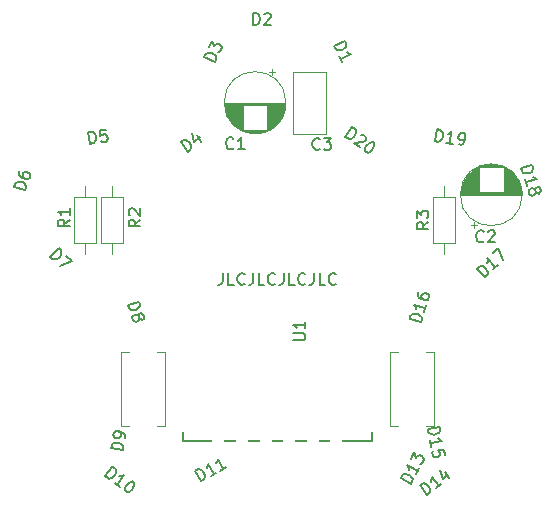
<source format=gbr>
%TF.GenerationSoftware,KiCad,Pcbnew,(5.1.9)-1*%
%TF.CreationDate,2021-09-13T22:43:28+02:00*%
%TF.ProjectId,star,73746172-2e6b-4696-9361-645f70636258,rev?*%
%TF.SameCoordinates,Original*%
%TF.FileFunction,Legend,Top*%
%TF.FilePolarity,Positive*%
%FSLAX46Y46*%
G04 Gerber Fmt 4.6, Leading zero omitted, Abs format (unit mm)*
G04 Created by KiCad (PCBNEW (5.1.9)-1) date 2021-09-13 22:43:28*
%MOMM*%
%LPD*%
G01*
G04 APERTURE LIST*
%ADD10C,0.150000*%
%ADD11C,0.152400*%
%ADD12C,0.120000*%
%ADD13C,0.100000*%
%ADD14O,1.070000X1.800000*%
%ADD15R,1.070000X1.800000*%
%ADD16O,1.700000X3.000000*%
%ADD17R,1.700000X3.000000*%
%ADD18R,1.100000X2.500000*%
%ADD19R,2.500000X1.100000*%
%ADD20C,2.200000*%
%ADD21R,1.600000X2.000000*%
%ADD22O,1.400000X1.400000*%
%ADD23C,1.400000*%
%ADD24C,1.600000*%
%ADD25R,1.600000X1.600000*%
G04 APERTURE END LIST*
D10*
X93272552Y-86675980D02*
X93272552Y-87390266D01*
X93224933Y-87533123D01*
X93129695Y-87628361D01*
X92986838Y-87675980D01*
X92891600Y-87675980D01*
X94224933Y-87675980D02*
X93748742Y-87675980D01*
X93748742Y-86675980D01*
X95129695Y-87580742D02*
X95082076Y-87628361D01*
X94939219Y-87675980D01*
X94843980Y-87675980D01*
X94701123Y-87628361D01*
X94605885Y-87533123D01*
X94558266Y-87437885D01*
X94510647Y-87247409D01*
X94510647Y-87104552D01*
X94558266Y-86914076D01*
X94605885Y-86818838D01*
X94701123Y-86723600D01*
X94843980Y-86675980D01*
X94939219Y-86675980D01*
X95082076Y-86723600D01*
X95129695Y-86771219D01*
X95843980Y-86675980D02*
X95843980Y-87390266D01*
X95796361Y-87533123D01*
X95701123Y-87628361D01*
X95558266Y-87675980D01*
X95463028Y-87675980D01*
X96796361Y-87675980D02*
X96320171Y-87675980D01*
X96320171Y-86675980D01*
X97701123Y-87580742D02*
X97653504Y-87628361D01*
X97510647Y-87675980D01*
X97415409Y-87675980D01*
X97272552Y-87628361D01*
X97177314Y-87533123D01*
X97129695Y-87437885D01*
X97082076Y-87247409D01*
X97082076Y-87104552D01*
X97129695Y-86914076D01*
X97177314Y-86818838D01*
X97272552Y-86723600D01*
X97415409Y-86675980D01*
X97510647Y-86675980D01*
X97653504Y-86723600D01*
X97701123Y-86771219D01*
X98415409Y-86675980D02*
X98415409Y-87390266D01*
X98367790Y-87533123D01*
X98272552Y-87628361D01*
X98129695Y-87675980D01*
X98034457Y-87675980D01*
X99367790Y-87675980D02*
X98891600Y-87675980D01*
X98891600Y-86675980D01*
X100272552Y-87580742D02*
X100224933Y-87628361D01*
X100082076Y-87675980D01*
X99986838Y-87675980D01*
X99843980Y-87628361D01*
X99748742Y-87533123D01*
X99701123Y-87437885D01*
X99653504Y-87247409D01*
X99653504Y-87104552D01*
X99701123Y-86914076D01*
X99748742Y-86818838D01*
X99843980Y-86723600D01*
X99986838Y-86675980D01*
X100082076Y-86675980D01*
X100224933Y-86723600D01*
X100272552Y-86771219D01*
X100986838Y-86675980D02*
X100986838Y-87390266D01*
X100939219Y-87533123D01*
X100843980Y-87628361D01*
X100701123Y-87675980D01*
X100605885Y-87675980D01*
X101939219Y-87675980D02*
X101463028Y-87675980D01*
X101463028Y-86675980D01*
X102843980Y-87580742D02*
X102796361Y-87628361D01*
X102653504Y-87675980D01*
X102558266Y-87675980D01*
X102415409Y-87628361D01*
X102320171Y-87533123D01*
X102272552Y-87437885D01*
X102224933Y-87247409D01*
X102224933Y-87104552D01*
X102272552Y-86914076D01*
X102320171Y-86818838D01*
X102415409Y-86723600D01*
X102558266Y-86675980D01*
X102653504Y-86675980D01*
X102796361Y-86723600D01*
X102843980Y-86771219D01*
D11*
%TO.C,U1*%
X105896000Y-100871000D02*
X105896000Y-100109000D01*
X89894000Y-100871000D02*
X105896000Y-100871000D01*
X89894000Y-100109000D02*
X89894000Y-100871000D01*
D12*
%TO.C,SW2*%
X111150000Y-99600000D02*
X111150000Y-93400000D01*
X107450000Y-93400000D02*
X107450000Y-99600000D01*
X107450000Y-99600000D02*
X108100000Y-99600000D01*
X110500000Y-99600000D02*
X111150000Y-99600000D01*
X111150000Y-93400000D02*
X110500000Y-93400000D01*
X107450000Y-93400000D02*
X108100000Y-93400000D01*
%TO.C,SW1*%
X88350000Y-99600000D02*
X88350000Y-93400000D01*
X84650000Y-93400000D02*
X84650000Y-99600000D01*
X84650000Y-99600000D02*
X85300000Y-99600000D01*
X87700000Y-99600000D02*
X88350000Y-99600000D01*
X88350000Y-93400000D02*
X87700000Y-93400000D01*
X84650000Y-93400000D02*
X85300000Y-93400000D01*
%TO.C,R3*%
X112000000Y-79320000D02*
X112000000Y-80270000D01*
X112000000Y-85060000D02*
X112000000Y-84110000D01*
X111080000Y-80270000D02*
X111080000Y-84110000D01*
X112920000Y-80270000D02*
X111080000Y-80270000D01*
X112920000Y-84110000D02*
X112920000Y-80270000D01*
X111080000Y-84110000D02*
X112920000Y-84110000D01*
%TO.C,R2*%
X83900000Y-79320000D02*
X83900000Y-80270000D01*
X83900000Y-85060000D02*
X83900000Y-84110000D01*
X82980000Y-80270000D02*
X82980000Y-84110000D01*
X84820000Y-80270000D02*
X82980000Y-80270000D01*
X84820000Y-84110000D02*
X84820000Y-80270000D01*
X82980000Y-84110000D02*
X84820000Y-84110000D01*
%TO.C,R1*%
X81600000Y-79320000D02*
X81600000Y-80270000D01*
X81600000Y-85060000D02*
X81600000Y-84110000D01*
X80680000Y-80270000D02*
X80680000Y-84110000D01*
X82520000Y-80270000D02*
X80680000Y-80270000D01*
X82520000Y-84110000D02*
X82520000Y-80270000D01*
X80680000Y-84110000D02*
X82520000Y-84110000D01*
%TO.C,C3*%
X101970000Y-74870000D02*
X99230000Y-74870000D01*
X101970000Y-69630000D02*
X99230000Y-69630000D01*
X99230000Y-69630000D02*
X99230000Y-74870000D01*
X101970000Y-69630000D02*
X101970000Y-74870000D01*
%TO.C,C2*%
X114275000Y-82604775D02*
X114775000Y-82604775D01*
X114525000Y-82854775D02*
X114525000Y-82354775D01*
X115716000Y-77449000D02*
X116284000Y-77449000D01*
X115482000Y-77489000D02*
X116518000Y-77489000D01*
X115323000Y-77529000D02*
X116677000Y-77529000D01*
X115195000Y-77569000D02*
X116805000Y-77569000D01*
X115085000Y-77609000D02*
X116915000Y-77609000D01*
X114989000Y-77649000D02*
X117011000Y-77649000D01*
X114902000Y-77689000D02*
X117098000Y-77689000D01*
X114822000Y-77729000D02*
X117178000Y-77729000D01*
X117040000Y-77769000D02*
X117251000Y-77769000D01*
X114749000Y-77769000D02*
X114960000Y-77769000D01*
X117040000Y-77809000D02*
X117319000Y-77809000D01*
X114681000Y-77809000D02*
X114960000Y-77809000D01*
X117040000Y-77849000D02*
X117383000Y-77849000D01*
X114617000Y-77849000D02*
X114960000Y-77849000D01*
X117040000Y-77889000D02*
X117443000Y-77889000D01*
X114557000Y-77889000D02*
X114960000Y-77889000D01*
X117040000Y-77929000D02*
X117500000Y-77929000D01*
X114500000Y-77929000D02*
X114960000Y-77929000D01*
X117040000Y-77969000D02*
X117554000Y-77969000D01*
X114446000Y-77969000D02*
X114960000Y-77969000D01*
X117040000Y-78009000D02*
X117605000Y-78009000D01*
X114395000Y-78009000D02*
X114960000Y-78009000D01*
X117040000Y-78049000D02*
X117653000Y-78049000D01*
X114347000Y-78049000D02*
X114960000Y-78049000D01*
X117040000Y-78089000D02*
X117699000Y-78089000D01*
X114301000Y-78089000D02*
X114960000Y-78089000D01*
X117040000Y-78129000D02*
X117743000Y-78129000D01*
X114257000Y-78129000D02*
X114960000Y-78129000D01*
X117040000Y-78169000D02*
X117785000Y-78169000D01*
X114215000Y-78169000D02*
X114960000Y-78169000D01*
X117040000Y-78209000D02*
X117826000Y-78209000D01*
X114174000Y-78209000D02*
X114960000Y-78209000D01*
X117040000Y-78249000D02*
X117864000Y-78249000D01*
X114136000Y-78249000D02*
X114960000Y-78249000D01*
X117040000Y-78289000D02*
X117901000Y-78289000D01*
X114099000Y-78289000D02*
X114960000Y-78289000D01*
X117040000Y-78329000D02*
X117937000Y-78329000D01*
X114063000Y-78329000D02*
X114960000Y-78329000D01*
X117040000Y-78369000D02*
X117971000Y-78369000D01*
X114029000Y-78369000D02*
X114960000Y-78369000D01*
X117040000Y-78409000D02*
X118004000Y-78409000D01*
X113996000Y-78409000D02*
X114960000Y-78409000D01*
X117040000Y-78449000D02*
X118035000Y-78449000D01*
X113965000Y-78449000D02*
X114960000Y-78449000D01*
X117040000Y-78489000D02*
X118065000Y-78489000D01*
X113935000Y-78489000D02*
X114960000Y-78489000D01*
X117040000Y-78529000D02*
X118095000Y-78529000D01*
X113905000Y-78529000D02*
X114960000Y-78529000D01*
X117040000Y-78569000D02*
X118122000Y-78569000D01*
X113878000Y-78569000D02*
X114960000Y-78569000D01*
X117040000Y-78609000D02*
X118149000Y-78609000D01*
X113851000Y-78609000D02*
X114960000Y-78609000D01*
X117040000Y-78649000D02*
X118175000Y-78649000D01*
X113825000Y-78649000D02*
X114960000Y-78649000D01*
X117040000Y-78689000D02*
X118200000Y-78689000D01*
X113800000Y-78689000D02*
X114960000Y-78689000D01*
X117040000Y-78729000D02*
X118224000Y-78729000D01*
X113776000Y-78729000D02*
X114960000Y-78729000D01*
X117040000Y-78769000D02*
X118247000Y-78769000D01*
X113753000Y-78769000D02*
X114960000Y-78769000D01*
X117040000Y-78809000D02*
X118268000Y-78809000D01*
X113732000Y-78809000D02*
X114960000Y-78809000D01*
X117040000Y-78849000D02*
X118290000Y-78849000D01*
X113710000Y-78849000D02*
X114960000Y-78849000D01*
X117040000Y-78889000D02*
X118310000Y-78889000D01*
X113690000Y-78889000D02*
X114960000Y-78889000D01*
X117040000Y-78929000D02*
X118329000Y-78929000D01*
X113671000Y-78929000D02*
X114960000Y-78929000D01*
X117040000Y-78969000D02*
X118348000Y-78969000D01*
X113652000Y-78969000D02*
X114960000Y-78969000D01*
X117040000Y-79009000D02*
X118365000Y-79009000D01*
X113635000Y-79009000D02*
X114960000Y-79009000D01*
X117040000Y-79049000D02*
X118382000Y-79049000D01*
X113618000Y-79049000D02*
X114960000Y-79049000D01*
X117040000Y-79089000D02*
X118398000Y-79089000D01*
X113602000Y-79089000D02*
X114960000Y-79089000D01*
X117040000Y-79129000D02*
X118414000Y-79129000D01*
X113586000Y-79129000D02*
X114960000Y-79129000D01*
X117040000Y-79169000D02*
X118428000Y-79169000D01*
X113572000Y-79169000D02*
X114960000Y-79169000D01*
X117040000Y-79209000D02*
X118442000Y-79209000D01*
X113558000Y-79209000D02*
X114960000Y-79209000D01*
X117040000Y-79249000D02*
X118455000Y-79249000D01*
X113545000Y-79249000D02*
X114960000Y-79249000D01*
X117040000Y-79289000D02*
X118468000Y-79289000D01*
X113532000Y-79289000D02*
X114960000Y-79289000D01*
X117040000Y-79329000D02*
X118480000Y-79329000D01*
X113520000Y-79329000D02*
X114960000Y-79329000D01*
X117040000Y-79370000D02*
X118491000Y-79370000D01*
X113509000Y-79370000D02*
X114960000Y-79370000D01*
X117040000Y-79410000D02*
X118501000Y-79410000D01*
X113499000Y-79410000D02*
X114960000Y-79410000D01*
X117040000Y-79450000D02*
X118511000Y-79450000D01*
X113489000Y-79450000D02*
X114960000Y-79450000D01*
X117040000Y-79490000D02*
X118520000Y-79490000D01*
X113480000Y-79490000D02*
X114960000Y-79490000D01*
X117040000Y-79530000D02*
X118528000Y-79530000D01*
X113472000Y-79530000D02*
X114960000Y-79530000D01*
X117040000Y-79570000D02*
X118536000Y-79570000D01*
X113464000Y-79570000D02*
X114960000Y-79570000D01*
X117040000Y-79610000D02*
X118543000Y-79610000D01*
X113457000Y-79610000D02*
X114960000Y-79610000D01*
X117040000Y-79650000D02*
X118550000Y-79650000D01*
X113450000Y-79650000D02*
X114960000Y-79650000D01*
X117040000Y-79690000D02*
X118556000Y-79690000D01*
X113444000Y-79690000D02*
X114960000Y-79690000D01*
X117040000Y-79730000D02*
X118561000Y-79730000D01*
X113439000Y-79730000D02*
X114960000Y-79730000D01*
X117040000Y-79770000D02*
X118565000Y-79770000D01*
X113435000Y-79770000D02*
X114960000Y-79770000D01*
X117040000Y-79810000D02*
X118569000Y-79810000D01*
X113431000Y-79810000D02*
X114960000Y-79810000D01*
X113427000Y-79850000D02*
X118573000Y-79850000D01*
X113424000Y-79890000D02*
X118576000Y-79890000D01*
X113422000Y-79930000D02*
X118578000Y-79930000D01*
X113421000Y-79970000D02*
X118579000Y-79970000D01*
X113420000Y-80010000D02*
X118580000Y-80010000D01*
X113420000Y-80050000D02*
X118580000Y-80050000D01*
X118620000Y-80050000D02*
G75*
G03*
X118620000Y-80050000I-2620000J0D01*
G01*
%TO.C,C1*%
X97725000Y-69695225D02*
X97225000Y-69695225D01*
X97475000Y-69445225D02*
X97475000Y-69945225D01*
X96284000Y-74851000D02*
X95716000Y-74851000D01*
X96518000Y-74811000D02*
X95482000Y-74811000D01*
X96677000Y-74771000D02*
X95323000Y-74771000D01*
X96805000Y-74731000D02*
X95195000Y-74731000D01*
X96915000Y-74691000D02*
X95085000Y-74691000D01*
X97011000Y-74651000D02*
X94989000Y-74651000D01*
X97098000Y-74611000D02*
X94902000Y-74611000D01*
X97178000Y-74571000D02*
X94822000Y-74571000D01*
X94960000Y-74531000D02*
X94749000Y-74531000D01*
X97251000Y-74531000D02*
X97040000Y-74531000D01*
X94960000Y-74491000D02*
X94681000Y-74491000D01*
X97319000Y-74491000D02*
X97040000Y-74491000D01*
X94960000Y-74451000D02*
X94617000Y-74451000D01*
X97383000Y-74451000D02*
X97040000Y-74451000D01*
X94960000Y-74411000D02*
X94557000Y-74411000D01*
X97443000Y-74411000D02*
X97040000Y-74411000D01*
X94960000Y-74371000D02*
X94500000Y-74371000D01*
X97500000Y-74371000D02*
X97040000Y-74371000D01*
X94960000Y-74331000D02*
X94446000Y-74331000D01*
X97554000Y-74331000D02*
X97040000Y-74331000D01*
X94960000Y-74291000D02*
X94395000Y-74291000D01*
X97605000Y-74291000D02*
X97040000Y-74291000D01*
X94960000Y-74251000D02*
X94347000Y-74251000D01*
X97653000Y-74251000D02*
X97040000Y-74251000D01*
X94960000Y-74211000D02*
X94301000Y-74211000D01*
X97699000Y-74211000D02*
X97040000Y-74211000D01*
X94960000Y-74171000D02*
X94257000Y-74171000D01*
X97743000Y-74171000D02*
X97040000Y-74171000D01*
X94960000Y-74131000D02*
X94215000Y-74131000D01*
X97785000Y-74131000D02*
X97040000Y-74131000D01*
X94960000Y-74091000D02*
X94174000Y-74091000D01*
X97826000Y-74091000D02*
X97040000Y-74091000D01*
X94960000Y-74051000D02*
X94136000Y-74051000D01*
X97864000Y-74051000D02*
X97040000Y-74051000D01*
X94960000Y-74011000D02*
X94099000Y-74011000D01*
X97901000Y-74011000D02*
X97040000Y-74011000D01*
X94960000Y-73971000D02*
X94063000Y-73971000D01*
X97937000Y-73971000D02*
X97040000Y-73971000D01*
X94960000Y-73931000D02*
X94029000Y-73931000D01*
X97971000Y-73931000D02*
X97040000Y-73931000D01*
X94960000Y-73891000D02*
X93996000Y-73891000D01*
X98004000Y-73891000D02*
X97040000Y-73891000D01*
X94960000Y-73851000D02*
X93965000Y-73851000D01*
X98035000Y-73851000D02*
X97040000Y-73851000D01*
X94960000Y-73811000D02*
X93935000Y-73811000D01*
X98065000Y-73811000D02*
X97040000Y-73811000D01*
X94960000Y-73771000D02*
X93905000Y-73771000D01*
X98095000Y-73771000D02*
X97040000Y-73771000D01*
X94960000Y-73731000D02*
X93878000Y-73731000D01*
X98122000Y-73731000D02*
X97040000Y-73731000D01*
X94960000Y-73691000D02*
X93851000Y-73691000D01*
X98149000Y-73691000D02*
X97040000Y-73691000D01*
X94960000Y-73651000D02*
X93825000Y-73651000D01*
X98175000Y-73651000D02*
X97040000Y-73651000D01*
X94960000Y-73611000D02*
X93800000Y-73611000D01*
X98200000Y-73611000D02*
X97040000Y-73611000D01*
X94960000Y-73571000D02*
X93776000Y-73571000D01*
X98224000Y-73571000D02*
X97040000Y-73571000D01*
X94960000Y-73531000D02*
X93753000Y-73531000D01*
X98247000Y-73531000D02*
X97040000Y-73531000D01*
X94960000Y-73491000D02*
X93732000Y-73491000D01*
X98268000Y-73491000D02*
X97040000Y-73491000D01*
X94960000Y-73451000D02*
X93710000Y-73451000D01*
X98290000Y-73451000D02*
X97040000Y-73451000D01*
X94960000Y-73411000D02*
X93690000Y-73411000D01*
X98310000Y-73411000D02*
X97040000Y-73411000D01*
X94960000Y-73371000D02*
X93671000Y-73371000D01*
X98329000Y-73371000D02*
X97040000Y-73371000D01*
X94960000Y-73331000D02*
X93652000Y-73331000D01*
X98348000Y-73331000D02*
X97040000Y-73331000D01*
X94960000Y-73291000D02*
X93635000Y-73291000D01*
X98365000Y-73291000D02*
X97040000Y-73291000D01*
X94960000Y-73251000D02*
X93618000Y-73251000D01*
X98382000Y-73251000D02*
X97040000Y-73251000D01*
X94960000Y-73211000D02*
X93602000Y-73211000D01*
X98398000Y-73211000D02*
X97040000Y-73211000D01*
X94960000Y-73171000D02*
X93586000Y-73171000D01*
X98414000Y-73171000D02*
X97040000Y-73171000D01*
X94960000Y-73131000D02*
X93572000Y-73131000D01*
X98428000Y-73131000D02*
X97040000Y-73131000D01*
X94960000Y-73091000D02*
X93558000Y-73091000D01*
X98442000Y-73091000D02*
X97040000Y-73091000D01*
X94960000Y-73051000D02*
X93545000Y-73051000D01*
X98455000Y-73051000D02*
X97040000Y-73051000D01*
X94960000Y-73011000D02*
X93532000Y-73011000D01*
X98468000Y-73011000D02*
X97040000Y-73011000D01*
X94960000Y-72971000D02*
X93520000Y-72971000D01*
X98480000Y-72971000D02*
X97040000Y-72971000D01*
X94960000Y-72930000D02*
X93509000Y-72930000D01*
X98491000Y-72930000D02*
X97040000Y-72930000D01*
X94960000Y-72890000D02*
X93499000Y-72890000D01*
X98501000Y-72890000D02*
X97040000Y-72890000D01*
X94960000Y-72850000D02*
X93489000Y-72850000D01*
X98511000Y-72850000D02*
X97040000Y-72850000D01*
X94960000Y-72810000D02*
X93480000Y-72810000D01*
X98520000Y-72810000D02*
X97040000Y-72810000D01*
X94960000Y-72770000D02*
X93472000Y-72770000D01*
X98528000Y-72770000D02*
X97040000Y-72770000D01*
X94960000Y-72730000D02*
X93464000Y-72730000D01*
X98536000Y-72730000D02*
X97040000Y-72730000D01*
X94960000Y-72690000D02*
X93457000Y-72690000D01*
X98543000Y-72690000D02*
X97040000Y-72690000D01*
X94960000Y-72650000D02*
X93450000Y-72650000D01*
X98550000Y-72650000D02*
X97040000Y-72650000D01*
X94960000Y-72610000D02*
X93444000Y-72610000D01*
X98556000Y-72610000D02*
X97040000Y-72610000D01*
X94960000Y-72570000D02*
X93439000Y-72570000D01*
X98561000Y-72570000D02*
X97040000Y-72570000D01*
X94960000Y-72530000D02*
X93435000Y-72530000D01*
X98565000Y-72530000D02*
X97040000Y-72530000D01*
X94960000Y-72490000D02*
X93431000Y-72490000D01*
X98569000Y-72490000D02*
X97040000Y-72490000D01*
X98573000Y-72450000D02*
X93427000Y-72450000D01*
X98576000Y-72410000D02*
X93424000Y-72410000D01*
X98578000Y-72370000D02*
X93422000Y-72370000D01*
X98579000Y-72330000D02*
X93421000Y-72330000D01*
X98580000Y-72290000D02*
X93420000Y-72290000D01*
X98580000Y-72250000D02*
X93420000Y-72250000D01*
X98620000Y-72250000D02*
G75*
G03*
X98620000Y-72250000I-2620000J0D01*
G01*
%TO.C,D7*%
D10*
X78660206Y-85294370D02*
X79367312Y-84587263D01*
X79535671Y-84755622D01*
X79603015Y-84890309D01*
X79603015Y-85024996D01*
X79569343Y-85126011D01*
X79468328Y-85294370D01*
X79367312Y-85395385D01*
X79198954Y-85496401D01*
X79097938Y-85530072D01*
X78963251Y-85530072D01*
X78828564Y-85462729D01*
X78660206Y-85294370D01*
X80007076Y-85227026D02*
X80478480Y-85698431D01*
X79468328Y-86102492D01*
%TO.C,D6*%
X76554555Y-79683363D02*
X75603499Y-79374346D01*
X75677074Y-79147904D01*
X75766508Y-79026754D01*
X75886515Y-78965607D01*
X75991807Y-78949749D01*
X76187676Y-78963321D01*
X76323541Y-79007466D01*
X76489979Y-79111615D01*
X76565841Y-79186334D01*
X76626988Y-79306341D01*
X76628131Y-79456921D01*
X76554555Y-79683363D01*
X76044952Y-78015694D02*
X75986091Y-78196848D01*
X76001950Y-78302140D01*
X76032523Y-78362143D01*
X76138958Y-78496865D01*
X76305396Y-78601014D01*
X76667704Y-78718735D01*
X76772996Y-78702876D01*
X76832999Y-78672303D01*
X76907718Y-78596441D01*
X76966578Y-78415288D01*
X76950720Y-78309996D01*
X76920147Y-78249992D01*
X76844285Y-78175274D01*
X76617843Y-78101698D01*
X76512551Y-78117557D01*
X76452547Y-78148130D01*
X76377829Y-78223992D01*
X76318968Y-78405145D01*
X76334827Y-78510437D01*
X76365400Y-78570441D01*
X76441262Y-78645159D01*
%TO.C,D5*%
X82034447Y-75734701D02*
X81895274Y-74744433D01*
X82131052Y-74711296D01*
X82279146Y-74738570D01*
X82386712Y-74819627D01*
X82447122Y-74907311D01*
X82520787Y-75089306D01*
X82540668Y-75230773D01*
X82520022Y-75426023D01*
X82486121Y-75526961D01*
X82405064Y-75634527D01*
X82270225Y-75701564D01*
X82034447Y-75734701D01*
X83357098Y-74538987D02*
X82885542Y-74605260D01*
X82904659Y-75083443D01*
X82945187Y-75029660D01*
X83032871Y-74969250D01*
X83268649Y-74936114D01*
X83369588Y-74970015D01*
X83423371Y-75010543D01*
X83483781Y-75098227D01*
X83516917Y-75334005D01*
X83483016Y-75434944D01*
X83442488Y-75488727D01*
X83354804Y-75549137D01*
X83119026Y-75582273D01*
X83018087Y-75548372D01*
X82964304Y-75507844D01*
%TO.C,D4*%
X90295970Y-76390225D02*
X89708185Y-75581208D01*
X89900808Y-75441259D01*
X90044371Y-75395814D01*
X90177400Y-75416884D01*
X90271904Y-75465943D01*
X90422388Y-75592052D01*
X90506357Y-75707626D01*
X90579792Y-75889714D01*
X90597247Y-75994753D01*
X90576177Y-76127782D01*
X90488593Y-76250276D01*
X90295970Y-76390225D01*
X91059851Y-75011187D02*
X91451708Y-75550532D01*
X90643310Y-74842939D02*
X90870534Y-75560757D01*
X91371354Y-75196890D01*
%TO.C,D3*%
X92589837Y-68832105D02*
X91691043Y-68393734D01*
X91795417Y-68179735D01*
X91900841Y-68072211D01*
X92028190Y-68028361D01*
X92134665Y-68027311D01*
X92326738Y-68068010D01*
X92455138Y-68130635D01*
X92605462Y-68256934D01*
X92670186Y-68341483D01*
X92714036Y-68468832D01*
X92694211Y-68618106D01*
X92589837Y-68832105D01*
X92087665Y-67580539D02*
X92359037Y-67024143D01*
X92555311Y-67490739D01*
X92617936Y-67362340D01*
X92702485Y-67297616D01*
X92766160Y-67275691D01*
X92872634Y-67274641D01*
X93086632Y-67379015D01*
X93151357Y-67463564D01*
X93173282Y-67527239D01*
X93174332Y-67633713D01*
X93049083Y-67890511D01*
X92964534Y-67955236D01*
X92900859Y-67977161D01*
%TO.C,D2*%
X95832704Y-65679580D02*
X95832704Y-64679580D01*
X96070800Y-64679580D01*
X96213657Y-64727200D01*
X96308895Y-64822438D01*
X96356514Y-64917676D01*
X96404133Y-65108152D01*
X96404133Y-65251009D01*
X96356514Y-65441485D01*
X96308895Y-65536723D01*
X96213657Y-65631961D01*
X96070800Y-65679580D01*
X95832704Y-65679580D01*
X96785085Y-64774819D02*
X96832704Y-64727200D01*
X96927942Y-64679580D01*
X97166038Y-64679580D01*
X97261276Y-64727200D01*
X97308895Y-64774819D01*
X97356514Y-64870057D01*
X97356514Y-64965295D01*
X97308895Y-65108152D01*
X96737466Y-65679580D01*
X97356514Y-65679580D01*
%TO.C,D1*%
X102698643Y-67454515D02*
X103597437Y-67016144D01*
X103701811Y-67230142D01*
X103721635Y-67379416D01*
X103677786Y-67506765D01*
X103613061Y-67591314D01*
X103462737Y-67717613D01*
X103334338Y-67780238D01*
X103142264Y-67820937D01*
X103035790Y-67819887D01*
X102908441Y-67776038D01*
X102803017Y-67668513D01*
X102698643Y-67454515D01*
X103366637Y-68824106D02*
X103116139Y-68310509D01*
X103241388Y-68567307D02*
X104140182Y-68128936D01*
X103970033Y-68105961D01*
X103842684Y-68062111D01*
X103758135Y-67997387D01*
%TO.C,D20*%
X103653719Y-75141044D02*
X104241504Y-74332027D01*
X104434127Y-74471976D01*
X104521711Y-74594470D01*
X104542781Y-74727499D01*
X104525326Y-74832538D01*
X104451892Y-75014626D01*
X104367922Y-75130200D01*
X104217439Y-75256309D01*
X104122934Y-75305368D01*
X103989906Y-75326438D01*
X103846342Y-75280993D01*
X103653719Y-75141044D01*
X104956017Y-74968872D02*
X105022531Y-74958337D01*
X105127570Y-74975792D01*
X105320193Y-75115741D01*
X105369253Y-75210245D01*
X105379788Y-75276759D01*
X105362333Y-75381798D01*
X105306353Y-75458848D01*
X105183859Y-75546432D01*
X104385687Y-75672850D01*
X104886507Y-76036717D01*
X105975112Y-75591567D02*
X106052161Y-75647547D01*
X106101221Y-75742051D01*
X106111756Y-75808565D01*
X106094301Y-75913604D01*
X106020866Y-76095692D01*
X105880917Y-76288315D01*
X105730434Y-76414424D01*
X105635929Y-76463484D01*
X105569415Y-76474018D01*
X105464376Y-76456564D01*
X105387327Y-76400584D01*
X105338267Y-76306080D01*
X105327732Y-76239565D01*
X105345187Y-76134526D01*
X105418622Y-75952438D01*
X105558571Y-75759815D01*
X105709054Y-75633706D01*
X105803559Y-75584647D01*
X105870073Y-75574112D01*
X105975112Y-75591567D01*
%TO.C,D19*%
X111256572Y-75513782D02*
X111395745Y-74523514D01*
X111631523Y-74556650D01*
X111766363Y-74623688D01*
X111847419Y-74731254D01*
X111881320Y-74832192D01*
X111901967Y-75027442D01*
X111882085Y-75168909D01*
X111808420Y-75350904D01*
X111748010Y-75438588D01*
X111640444Y-75519645D01*
X111492350Y-75546918D01*
X111256572Y-75513782D01*
X112765552Y-75725855D02*
X112199684Y-75646328D01*
X112482618Y-75686092D02*
X112621791Y-74695823D01*
X112507598Y-74824036D01*
X112400032Y-74905092D01*
X112299094Y-74938993D01*
X113237108Y-75792128D02*
X113425730Y-75818637D01*
X113526669Y-75784736D01*
X113580452Y-75744208D01*
X113694645Y-75615996D01*
X113768310Y-75434001D01*
X113821328Y-75056756D01*
X113787427Y-74955817D01*
X113746899Y-74902034D01*
X113659215Y-74841624D01*
X113470592Y-74815115D01*
X113369654Y-74849016D01*
X113315871Y-74889544D01*
X113255461Y-74977228D01*
X113222324Y-75213006D01*
X113256225Y-75313945D01*
X113296754Y-75367728D01*
X113384438Y-75428138D01*
X113573060Y-75454647D01*
X113673999Y-75420746D01*
X113727782Y-75380218D01*
X113788192Y-75292534D01*
%TO.C,D18*%
X118523725Y-77826539D02*
X119474781Y-77517522D01*
X119548357Y-77743964D01*
X119547214Y-77894544D01*
X119486067Y-78014551D01*
X119410205Y-78089270D01*
X119243767Y-78193418D01*
X119107902Y-78237564D01*
X118912033Y-78251136D01*
X118806741Y-78235277D01*
X118686734Y-78174131D01*
X118597300Y-78052981D01*
X118523725Y-77826539D01*
X118994608Y-79275768D02*
X118818027Y-78732307D01*
X118906317Y-79004037D02*
X119857374Y-78695020D01*
X119692078Y-78648589D01*
X119572071Y-78587442D01*
X119497353Y-78511580D01*
X119714650Y-79642647D02*
X119730508Y-79537355D01*
X119761081Y-79477352D01*
X119836943Y-79402633D01*
X119882231Y-79387918D01*
X119987523Y-79403776D01*
X120047527Y-79434350D01*
X120122245Y-79510211D01*
X120181106Y-79691365D01*
X120165248Y-79796657D01*
X120134674Y-79856660D01*
X120058813Y-79931379D01*
X120013524Y-79946094D01*
X119908232Y-79930236D01*
X119848229Y-79899663D01*
X119773510Y-79823801D01*
X119714650Y-79642647D01*
X119639931Y-79566786D01*
X119579928Y-79536212D01*
X119474636Y-79520354D01*
X119293482Y-79579214D01*
X119217620Y-79653933D01*
X119187047Y-79713936D01*
X119171189Y-79819228D01*
X119230049Y-80000382D01*
X119304768Y-80076244D01*
X119364771Y-80106817D01*
X119470063Y-80122675D01*
X119651217Y-80063815D01*
X119727079Y-79989096D01*
X119757652Y-79929093D01*
X119773510Y-79823801D01*
%TO.C,D17*%
X115467966Y-87020929D02*
X114773307Y-86301589D01*
X114944579Y-86136194D01*
X115080420Y-86071212D01*
X115215087Y-86073562D01*
X115315499Y-86108992D01*
X115482069Y-86212930D01*
X115581306Y-86315693D01*
X115679368Y-86485789D01*
X115711272Y-86587376D01*
X115708921Y-86722043D01*
X115639237Y-86855534D01*
X115467966Y-87020929D01*
X116564103Y-85962402D02*
X116153051Y-86359349D01*
X116358577Y-86160876D02*
X115663918Y-85441536D01*
X115694647Y-85610457D01*
X115692296Y-85745123D01*
X115656867Y-85845535D01*
X116109224Y-85011509D02*
X116588784Y-84548404D01*
X116975154Y-85565454D01*
%TO.C,D16*%
X110037003Y-90855047D02*
X109085947Y-90546030D01*
X109159522Y-90319588D01*
X109248956Y-90198438D01*
X109368963Y-90137291D01*
X109474255Y-90121433D01*
X109670124Y-90135005D01*
X109805989Y-90179151D01*
X109972427Y-90283299D01*
X110048289Y-90358018D01*
X110109436Y-90478025D01*
X110110579Y-90628605D01*
X110037003Y-90855047D01*
X110507886Y-89405818D02*
X110331305Y-89949279D01*
X110419596Y-89677549D02*
X109468539Y-89368532D01*
X109574974Y-89503254D01*
X109636121Y-89623261D01*
X109651979Y-89728553D01*
X109821702Y-88281610D02*
X109762841Y-88462764D01*
X109778699Y-88568056D01*
X109809273Y-88628059D01*
X109915708Y-88762781D01*
X110082146Y-88866930D01*
X110444454Y-88984651D01*
X110549746Y-88968792D01*
X110609749Y-88938219D01*
X110684468Y-88862357D01*
X110743328Y-88681204D01*
X110727470Y-88575912D01*
X110696896Y-88515908D01*
X110621035Y-88441190D01*
X110394593Y-88367614D01*
X110289301Y-88383473D01*
X110229297Y-88414046D01*
X110154579Y-88489908D01*
X110095718Y-88671061D01*
X110111577Y-88776353D01*
X110142150Y-88836357D01*
X110218012Y-88911075D01*
%TO.C,D15*%
X110646433Y-99873117D02*
X111631240Y-99699468D01*
X111672585Y-99933947D01*
X111650497Y-100082902D01*
X111573243Y-100193231D01*
X111487721Y-100256665D01*
X111308408Y-100336636D01*
X111167721Y-100361443D01*
X110971869Y-100347624D01*
X110869809Y-100317266D01*
X110759480Y-100240013D01*
X110687778Y-100107595D01*
X110646433Y-99873117D01*
X110911039Y-101373776D02*
X110811812Y-100811029D01*
X110861426Y-101092402D02*
X111846233Y-100918754D01*
X111689009Y-100849770D01*
X111578680Y-100772517D01*
X111515246Y-100686994D01*
X112052957Y-102091144D02*
X111970268Y-101622188D01*
X111493043Y-101657982D01*
X111548207Y-101696609D01*
X111611641Y-101782131D01*
X111652986Y-102016609D01*
X111622628Y-102118669D01*
X111584001Y-102173834D01*
X111498479Y-102237268D01*
X111264001Y-102278612D01*
X111161941Y-102248255D01*
X111106776Y-102209628D01*
X111043343Y-102124106D01*
X111001998Y-101889628D01*
X111032356Y-101787568D01*
X111070982Y-101732403D01*
%TO.C,D14*%
X110535525Y-105473724D02*
X109947739Y-104664707D01*
X110140362Y-104524758D01*
X110283926Y-104479313D01*
X110416955Y-104500383D01*
X110511459Y-104549442D01*
X110661943Y-104675551D01*
X110745912Y-104791125D01*
X110819347Y-104973213D01*
X110836801Y-105078252D01*
X110815732Y-105211281D01*
X110728148Y-105333775D01*
X110535525Y-105473724D01*
X111768312Y-104578051D02*
X111306017Y-104913928D01*
X111537165Y-104745989D02*
X110949379Y-103936972D01*
X110956299Y-104108526D01*
X110935230Y-104241555D01*
X110886170Y-104336059D01*
X112069899Y-103534890D02*
X112461756Y-104074235D01*
X111653357Y-103366642D02*
X111880581Y-104084460D01*
X112381401Y-103720593D01*
%TO.C,D13*%
X109201756Y-104510130D02*
X108318808Y-104040659D01*
X108430587Y-103830433D01*
X108539699Y-103726653D01*
X108668501Y-103687275D01*
X108774947Y-103689941D01*
X108965484Y-103737319D01*
X109091619Y-103804387D01*
X109237444Y-103935855D01*
X109299178Y-104022612D01*
X109338557Y-104151413D01*
X109313535Y-104299905D01*
X109201756Y-104510130D01*
X109917141Y-103164686D02*
X109648871Y-103669228D01*
X109783006Y-103416957D02*
X108900058Y-102947485D01*
X108981482Y-103098643D01*
X109020861Y-103227445D01*
X109018194Y-103333891D01*
X109190684Y-102400899D02*
X109481309Y-101854312D01*
X109661179Y-102327474D01*
X109728247Y-102201339D01*
X109815004Y-102139605D01*
X109879404Y-102119915D01*
X109985850Y-102122582D01*
X110196076Y-102234361D01*
X110257811Y-102321117D01*
X110277500Y-102385518D01*
X110274833Y-102491964D01*
X110140699Y-102744235D01*
X110053942Y-102805969D01*
X109989541Y-102825659D01*
%TO.C,D8*%
X85244476Y-89404623D02*
X86195532Y-89095606D01*
X86269108Y-89322048D01*
X86267965Y-89472628D01*
X86206818Y-89592635D01*
X86130956Y-89667354D01*
X85964518Y-89771502D01*
X85828652Y-89815648D01*
X85632784Y-89829220D01*
X85527492Y-89813361D01*
X85407485Y-89752215D01*
X85318051Y-89631065D01*
X85244476Y-89404623D01*
X86141099Y-90314963D02*
X86156957Y-90209671D01*
X86187530Y-90149668D01*
X86263392Y-90074949D01*
X86308680Y-90060234D01*
X86413972Y-90076092D01*
X86473976Y-90106666D01*
X86548694Y-90182527D01*
X86607555Y-90363681D01*
X86591697Y-90468973D01*
X86561123Y-90528976D01*
X86485262Y-90603695D01*
X86439973Y-90618410D01*
X86334681Y-90602552D01*
X86274678Y-90571979D01*
X86199959Y-90496117D01*
X86141099Y-90314963D01*
X86066380Y-90239101D01*
X86006377Y-90208528D01*
X85901085Y-90192670D01*
X85719931Y-90251530D01*
X85644069Y-90326249D01*
X85613496Y-90386252D01*
X85597638Y-90491544D01*
X85656498Y-90672698D01*
X85731217Y-90748560D01*
X85791220Y-90779133D01*
X85896512Y-90794991D01*
X86077666Y-90736131D01*
X86153528Y-90661412D01*
X86184101Y-90601409D01*
X86199959Y-90496117D01*
%TO.C,D9*%
X84797739Y-101694237D02*
X83812931Y-101520588D01*
X83854276Y-101286110D01*
X83925978Y-101153692D01*
X84036308Y-101076439D01*
X84138368Y-101046081D01*
X84334219Y-101032262D01*
X84474906Y-101057069D01*
X84654219Y-101137040D01*
X84739742Y-101200474D01*
X84816995Y-101310803D01*
X84839084Y-101459759D01*
X84797739Y-101694237D01*
X84979656Y-100662533D02*
X85012732Y-100474951D01*
X84982374Y-100372891D01*
X84943748Y-100317726D01*
X84819599Y-100199128D01*
X84640285Y-100119156D01*
X84265120Y-100053005D01*
X84163060Y-100083362D01*
X84107896Y-100121989D01*
X84044462Y-100207511D01*
X84011386Y-100395094D01*
X84041744Y-100497154D01*
X84080371Y-100552319D01*
X84165893Y-100615752D01*
X84400371Y-100657097D01*
X84502431Y-100626739D01*
X84557596Y-100588113D01*
X84621029Y-100502590D01*
X84654105Y-100315008D01*
X84623747Y-100212948D01*
X84585121Y-100157783D01*
X84499598Y-100094350D01*
%TO.C,D10*%
X83333719Y-103893843D02*
X83921504Y-103084826D01*
X84114127Y-103224775D01*
X84201711Y-103347269D01*
X84222781Y-103480298D01*
X84205326Y-103585337D01*
X84131892Y-103767425D01*
X84047922Y-103882999D01*
X83897439Y-104009108D01*
X83802934Y-104058167D01*
X83669906Y-104079237D01*
X83526342Y-104033792D01*
X83333719Y-103893843D01*
X84566507Y-104789516D02*
X84104211Y-104453639D01*
X84335359Y-104621577D02*
X84923144Y-103812560D01*
X84762126Y-103872155D01*
X84629097Y-103893224D01*
X84524058Y-103875769D01*
X85655112Y-104344366D02*
X85732161Y-104400346D01*
X85781221Y-104494850D01*
X85791756Y-104561364D01*
X85774301Y-104666403D01*
X85700866Y-104848491D01*
X85560917Y-105041114D01*
X85410434Y-105167223D01*
X85315929Y-105216283D01*
X85249415Y-105226817D01*
X85144376Y-105209363D01*
X85067327Y-105153383D01*
X85018267Y-105058879D01*
X85007732Y-104992364D01*
X85025187Y-104887325D01*
X85098622Y-104705237D01*
X85238571Y-104512614D01*
X85389054Y-104386505D01*
X85483559Y-104337446D01*
X85550073Y-104326911D01*
X85655112Y-104344366D01*
%TO.C,D11*%
X91393029Y-104296701D02*
X90923557Y-103413753D01*
X91133783Y-103301974D01*
X91282274Y-103276952D01*
X91411076Y-103316331D01*
X91497833Y-103378065D01*
X91629301Y-103523890D01*
X91696368Y-103650025D01*
X91743746Y-103840561D01*
X91746413Y-103947008D01*
X91707034Y-104075809D01*
X91603254Y-104184922D01*
X91393029Y-104296701D01*
X92738473Y-103581316D02*
X92233931Y-103849585D01*
X92486202Y-103715450D02*
X92016730Y-102832503D01*
X91999708Y-103003350D01*
X91960329Y-103132151D01*
X91898594Y-103218908D01*
X93579375Y-103134200D02*
X93074834Y-103402469D01*
X93327105Y-103268335D02*
X92857633Y-102385387D01*
X92840610Y-102556234D01*
X92801231Y-102685036D01*
X92739497Y-102771792D01*
%TO.C,U1*%
X99252380Y-92361904D02*
X100061904Y-92361904D01*
X100157142Y-92314285D01*
X100204761Y-92266666D01*
X100252380Y-92171428D01*
X100252380Y-91980952D01*
X100204761Y-91885714D01*
X100157142Y-91838095D01*
X100061904Y-91790476D01*
X99252380Y-91790476D01*
X100252380Y-90790476D02*
X100252380Y-91361904D01*
X100252380Y-91076190D02*
X99252380Y-91076190D01*
X99395238Y-91171428D01*
X99490476Y-91266666D01*
X99538095Y-91361904D01*
%TO.C,R3*%
X110688380Y-82356666D02*
X110212190Y-82690000D01*
X110688380Y-82928095D02*
X109688380Y-82928095D01*
X109688380Y-82547142D01*
X109736000Y-82451904D01*
X109783619Y-82404285D01*
X109878857Y-82356666D01*
X110021714Y-82356666D01*
X110116952Y-82404285D01*
X110164571Y-82451904D01*
X110212190Y-82547142D01*
X110212190Y-82928095D01*
X109688380Y-82023333D02*
X109688380Y-81404285D01*
X110069333Y-81737619D01*
X110069333Y-81594761D01*
X110116952Y-81499523D01*
X110164571Y-81451904D01*
X110259809Y-81404285D01*
X110497904Y-81404285D01*
X110593142Y-81451904D01*
X110640761Y-81499523D01*
X110688380Y-81594761D01*
X110688380Y-81880476D01*
X110640761Y-81975714D01*
X110593142Y-82023333D01*
%TO.C,R2*%
X86304380Y-82157866D02*
X85828190Y-82491200D01*
X86304380Y-82729295D02*
X85304380Y-82729295D01*
X85304380Y-82348342D01*
X85352000Y-82253104D01*
X85399619Y-82205485D01*
X85494857Y-82157866D01*
X85637714Y-82157866D01*
X85732952Y-82205485D01*
X85780571Y-82253104D01*
X85828190Y-82348342D01*
X85828190Y-82729295D01*
X85399619Y-81776914D02*
X85352000Y-81729295D01*
X85304380Y-81634057D01*
X85304380Y-81395961D01*
X85352000Y-81300723D01*
X85399619Y-81253104D01*
X85494857Y-81205485D01*
X85590095Y-81205485D01*
X85732952Y-81253104D01*
X86304380Y-81824533D01*
X86304380Y-81205485D01*
%TO.C,R1*%
X80309980Y-82157866D02*
X79833790Y-82491200D01*
X80309980Y-82729295D02*
X79309980Y-82729295D01*
X79309980Y-82348342D01*
X79357600Y-82253104D01*
X79405219Y-82205485D01*
X79500457Y-82157866D01*
X79643314Y-82157866D01*
X79738552Y-82205485D01*
X79786171Y-82253104D01*
X79833790Y-82348342D01*
X79833790Y-82729295D01*
X80309980Y-81205485D02*
X80309980Y-81776914D01*
X80309980Y-81491200D02*
X79309980Y-81491200D01*
X79452838Y-81586438D01*
X79548076Y-81681676D01*
X79595695Y-81776914D01*
%TO.C,C3*%
X101484133Y-76150742D02*
X101436514Y-76198361D01*
X101293657Y-76245980D01*
X101198419Y-76245980D01*
X101055561Y-76198361D01*
X100960323Y-76103123D01*
X100912704Y-76007885D01*
X100865085Y-75817409D01*
X100865085Y-75674552D01*
X100912704Y-75484076D01*
X100960323Y-75388838D01*
X101055561Y-75293600D01*
X101198419Y-75245980D01*
X101293657Y-75245980D01*
X101436514Y-75293600D01*
X101484133Y-75341219D01*
X101817466Y-75245980D02*
X102436514Y-75245980D01*
X102103180Y-75626933D01*
X102246038Y-75626933D01*
X102341276Y-75674552D01*
X102388895Y-75722171D01*
X102436514Y-75817409D01*
X102436514Y-76055504D01*
X102388895Y-76150742D01*
X102341276Y-76198361D01*
X102246038Y-76245980D01*
X101960323Y-76245980D01*
X101865085Y-76198361D01*
X101817466Y-76150742D01*
%TO.C,C2*%
X115352533Y-83973942D02*
X115304914Y-84021561D01*
X115162057Y-84069180D01*
X115066819Y-84069180D01*
X114923961Y-84021561D01*
X114828723Y-83926323D01*
X114781104Y-83831085D01*
X114733485Y-83640609D01*
X114733485Y-83497752D01*
X114781104Y-83307276D01*
X114828723Y-83212038D01*
X114923961Y-83116800D01*
X115066819Y-83069180D01*
X115162057Y-83069180D01*
X115304914Y-83116800D01*
X115352533Y-83164419D01*
X115733485Y-83164419D02*
X115781104Y-83116800D01*
X115876342Y-83069180D01*
X116114438Y-83069180D01*
X116209676Y-83116800D01*
X116257295Y-83164419D01*
X116304914Y-83259657D01*
X116304914Y-83354895D01*
X116257295Y-83497752D01*
X115685866Y-84069180D01*
X116304914Y-84069180D01*
%TO.C,C1*%
X94168933Y-76099942D02*
X94121314Y-76147561D01*
X93978457Y-76195180D01*
X93883219Y-76195180D01*
X93740361Y-76147561D01*
X93645123Y-76052323D01*
X93597504Y-75957085D01*
X93549885Y-75766609D01*
X93549885Y-75623752D01*
X93597504Y-75433276D01*
X93645123Y-75338038D01*
X93740361Y-75242800D01*
X93883219Y-75195180D01*
X93978457Y-75195180D01*
X94121314Y-75242800D01*
X94168933Y-75290419D01*
X95121314Y-76195180D02*
X94549885Y-76195180D01*
X94835600Y-76195180D02*
X94835600Y-75195180D01*
X94740361Y-75338038D01*
X94645123Y-75433276D01*
X94549885Y-75480895D01*
%TD*%
%LPC*%
%TO.C,D7*%
G36*
G01*
X76292319Y-81576131D02*
X75776131Y-82092319D01*
G75*
G02*
X75019527Y-82092319I-378302J378302D01*
G01*
X75019527Y-82092319D01*
G75*
G02*
X75019527Y-81335715I378302J378302D01*
G01*
X75535715Y-80819527D01*
G75*
G02*
X76292319Y-80819527I378302J-378302D01*
G01*
X76292319Y-80819527D01*
G75*
G02*
X76292319Y-81576131I-378302J-378302D01*
G01*
G37*
G36*
G01*
X77190345Y-82474157D02*
X76674157Y-82990345D01*
G75*
G02*
X75917553Y-82990345I-378302J378302D01*
G01*
X75917553Y-82990345D01*
G75*
G02*
X75917553Y-82233741I378302J378302D01*
G01*
X76433741Y-81717553D01*
G75*
G02*
X77190345Y-81717553I378302J-378302D01*
G01*
X77190345Y-81717553D01*
G75*
G02*
X77190345Y-82474157I-378302J-378302D01*
G01*
G37*
G36*
G01*
X78088370Y-83372182D02*
X77572182Y-83888370D01*
G75*
G02*
X76815578Y-83888370I-378302J378302D01*
G01*
X76815578Y-83888370D01*
G75*
G02*
X76815578Y-83131766I378302J378302D01*
G01*
X77331766Y-82615578D01*
G75*
G02*
X78088370Y-82615578I378302J-378302D01*
G01*
X78088370Y-82615578D01*
G75*
G02*
X78088370Y-83372182I-378302J-378302D01*
G01*
G37*
D13*
G36*
X79364698Y-83891906D02*
G01*
X78091906Y-85164698D01*
X77335302Y-84408094D01*
X78608094Y-83135302D01*
X79364698Y-83891906D01*
G37*
%TD*%
%TO.C,D6*%
G36*
G01*
X75431812Y-77021606D02*
X74737540Y-76796024D01*
G75*
G02*
X74394049Y-76121885I165324J508815D01*
G01*
X74394049Y-76121885D01*
G75*
G02*
X75068188Y-75778394I508815J-165324D01*
G01*
X75762460Y-76003976D01*
G75*
G02*
X76105951Y-76678115I-165324J-508815D01*
G01*
X76105951Y-76678115D01*
G75*
G02*
X75431812Y-77021606I-508815J165324D01*
G01*
G37*
G36*
G01*
X75039360Y-78229447D02*
X74345088Y-78003865D01*
G75*
G02*
X74001597Y-77329726I165324J508815D01*
G01*
X74001597Y-77329726D01*
G75*
G02*
X74675736Y-76986235I508815J-165324D01*
G01*
X75370008Y-77211817D01*
G75*
G02*
X75713499Y-77885956I-165324J-508815D01*
G01*
X75713499Y-77885956D01*
G75*
G02*
X75039360Y-78229447I-508815J165324D01*
G01*
G37*
G36*
G01*
X74646909Y-79437289D02*
X73952637Y-79211707D01*
G75*
G02*
X73609146Y-78537568I165324J508815D01*
G01*
X73609146Y-78537568D01*
G75*
G02*
X74283285Y-78194077I508815J-165324D01*
G01*
X74977557Y-78419659D01*
G75*
G02*
X75321048Y-79093798I-165324J-508815D01*
G01*
X75321048Y-79093798D01*
G75*
G02*
X74646909Y-79437289I-508815J165324D01*
G01*
G37*
G36*
X74763272Y-80810456D02*
G01*
X73051370Y-80254225D01*
X73382018Y-79236594D01*
X75093920Y-79792825D01*
X74763272Y-80810456D01*
G37*
%TD*%
%TO.C,D5*%
G36*
X76887822Y-77142449D02*
G01*
X76637311Y-75359966D01*
X77696898Y-75211051D01*
X77947409Y-76993534D01*
X76887822Y-77142449D01*
G37*
G36*
G01*
X78071005Y-76435906D02*
X77969409Y-75713010D01*
G75*
G02*
X78424744Y-75108759I529793J74458D01*
G01*
X78424744Y-75108759D01*
G75*
G02*
X79028995Y-75564094I74458J-529793D01*
G01*
X79130591Y-76286990D01*
G75*
G02*
X78675256Y-76891241I-529793J-74458D01*
G01*
X78675256Y-76891241D01*
G75*
G02*
X78071005Y-76435906I-74458J529793D01*
G01*
G37*
G36*
G01*
X79328646Y-76259156D02*
X79227050Y-75536260D01*
G75*
G02*
X79682385Y-74932009I529793J74458D01*
G01*
X79682385Y-74932009D01*
G75*
G02*
X80286636Y-75387344I74458J-529793D01*
G01*
X80388232Y-76110240D01*
G75*
G02*
X79932897Y-76714491I-529793J-74458D01*
G01*
X79932897Y-76714491D01*
G75*
G02*
X79328646Y-76259156I-74458J529793D01*
G01*
G37*
G36*
G01*
X80586286Y-76082406D02*
X80484690Y-75359510D01*
G75*
G02*
X80940025Y-74755259I529793J74458D01*
G01*
X80940025Y-74755259D01*
G75*
G02*
X81544276Y-75210594I74458J-529793D01*
G01*
X81645872Y-75933490D01*
G75*
G02*
X81190537Y-76537741I-529793J-74458D01*
G01*
X81190537Y-76537741D01*
G75*
G02*
X80586286Y-76082406I-74458J529793D01*
G01*
G37*
%TD*%
%TO.C,D4*%
G36*
X87963828Y-76232042D02*
G01*
X86905814Y-74775812D01*
X87771462Y-74146882D01*
X88829476Y-75603112D01*
X87963828Y-76232042D01*
G37*
G36*
G01*
X88676815Y-75052731D02*
X88247731Y-74462149D01*
G75*
G02*
X88366090Y-73714860I432824J314465D01*
G01*
X88366090Y-73714860D01*
G75*
G02*
X89113379Y-73833219I314465J-432824D01*
G01*
X89542463Y-74423801D01*
G75*
G02*
X89424104Y-75171090I-432824J-314465D01*
G01*
X89424104Y-75171090D01*
G75*
G02*
X88676815Y-75052731I-314465J432824D01*
G01*
G37*
G36*
G01*
X89704266Y-74306243D02*
X89275182Y-73715661D01*
G75*
G02*
X89393541Y-72968372I432824J314465D01*
G01*
X89393541Y-72968372D01*
G75*
G02*
X90140830Y-73086731I314465J-432824D01*
G01*
X90569914Y-73677313D01*
G75*
G02*
X90451555Y-74424602I-432824J-314465D01*
G01*
X90451555Y-74424602D01*
G75*
G02*
X89704266Y-74306243I-314465J432824D01*
G01*
G37*
G36*
G01*
X90731718Y-73559756D02*
X90302634Y-72969174D01*
G75*
G02*
X90420993Y-72221885I432824J314465D01*
G01*
X90420993Y-72221885D01*
G75*
G02*
X91168282Y-72340244I314465J-432824D01*
G01*
X91597366Y-72930826D01*
G75*
G02*
X91479007Y-73678115I-432824J-314465D01*
G01*
X91479007Y-73678115D01*
G75*
G02*
X90731718Y-73559756I-314465J432824D01*
G01*
G37*
%TD*%
%TO.C,D3*%
G36*
G01*
X95300262Y-63799392D02*
X94644142Y-63479382D01*
G75*
G02*
X94397816Y-62763998I234529J480855D01*
G01*
X94397816Y-62763998D01*
G75*
G02*
X95113200Y-62517672I480855J-234529D01*
G01*
X95769320Y-62837682D01*
G75*
G02*
X96015646Y-63553066I-234529J-480855D01*
G01*
X96015646Y-63553066D01*
G75*
G02*
X95300262Y-63799392I-480855J234529D01*
G01*
G37*
G36*
G01*
X94743531Y-64940860D02*
X94087411Y-64620850D01*
G75*
G02*
X93841085Y-63905466I234529J480855D01*
G01*
X93841085Y-63905466D01*
G75*
G02*
X94556469Y-63659140I480855J-234529D01*
G01*
X95212589Y-63979150D01*
G75*
G02*
X95458915Y-64694534I-234529J-480855D01*
G01*
X95458915Y-64694534D01*
G75*
G02*
X94743531Y-64940860I-480855J234529D01*
G01*
G37*
G36*
G01*
X94186799Y-66082329D02*
X93530679Y-65762319D01*
G75*
G02*
X93284353Y-65046935I234529J480855D01*
G01*
X93284353Y-65046935D01*
G75*
G02*
X93999737Y-64800609I480855J-234529D01*
G01*
X94655857Y-65120619D01*
G75*
G02*
X94902183Y-65836003I-234529J-480855D01*
G01*
X94902183Y-65836003D01*
G75*
G02*
X94186799Y-66082329I-480855J234529D01*
G01*
G37*
G36*
X94110923Y-67458326D02*
G01*
X92493094Y-66669258D01*
X92962151Y-65707548D01*
X94579980Y-66496616D01*
X94110923Y-67458326D01*
G37*
%TD*%
D14*
%TO.C,D2*%
X99890000Y-61300000D03*
X98620000Y-61300000D03*
X97350000Y-61300000D03*
D15*
X96080000Y-61300000D03*
%TD*%
%TO.C,D1*%
G36*
G01*
X101807605Y-66203555D02*
X102463725Y-65883545D01*
G75*
G02*
X103179109Y-66129871I234529J-480855D01*
G01*
X103179109Y-66129871D01*
G75*
G02*
X102932783Y-66845255I-480855J-234529D01*
G01*
X102276663Y-67165265D01*
G75*
G02*
X101561279Y-66918939I-234529J480855D01*
G01*
X101561279Y-66918939D01*
G75*
G02*
X101807605Y-66203555I480855J234529D01*
G01*
G37*
G36*
G01*
X101250874Y-65062087D02*
X101906994Y-64742077D01*
G75*
G02*
X102622378Y-64988403I234529J-480855D01*
G01*
X102622378Y-64988403D01*
G75*
G02*
X102376052Y-65703787I-480855J-234529D01*
G01*
X101719932Y-66023797D01*
G75*
G02*
X101004548Y-65777471I-234529J480855D01*
G01*
X101004548Y-65777471D01*
G75*
G02*
X101250874Y-65062087I480855J234529D01*
G01*
G37*
G36*
G01*
X100694142Y-63920618D02*
X101350262Y-63600608D01*
G75*
G02*
X102065646Y-63846934I234529J-480855D01*
G01*
X102065646Y-63846934D01*
G75*
G02*
X101819320Y-64562318I-480855J-234529D01*
G01*
X101163200Y-64882328D01*
G75*
G02*
X100447816Y-64636002I-234529J480855D01*
G01*
X100447816Y-64636002D01*
G75*
G02*
X100694142Y-63920618I480855J234529D01*
G01*
G37*
D13*
G36*
X99656557Y-63013679D02*
G01*
X101274386Y-62224611D01*
X101743443Y-63186321D01*
X100125614Y-63975389D01*
X99656557Y-63013679D01*
G37*
%TD*%
%TO.C,D20*%
G36*
G01*
X107252634Y-75280826D02*
X107681718Y-74690244D01*
G75*
G02*
X108429007Y-74571885I432824J-314465D01*
G01*
X108429007Y-74571885D01*
G75*
G02*
X108547366Y-75319174I-314465J-432824D01*
G01*
X108118282Y-75909756D01*
G75*
G02*
X107370993Y-76028115I-432824J314465D01*
G01*
X107370993Y-76028115D01*
G75*
G02*
X107252634Y-75280826I314465J432824D01*
G01*
G37*
G36*
G01*
X106225182Y-74534339D02*
X106654266Y-73943757D01*
G75*
G02*
X107401555Y-73825398I432824J-314465D01*
G01*
X107401555Y-73825398D01*
G75*
G02*
X107519914Y-74572687I-314465J-432824D01*
G01*
X107090830Y-75163269D01*
G75*
G02*
X106343541Y-75281628I-432824J314465D01*
G01*
X106343541Y-75281628D01*
G75*
G02*
X106225182Y-74534339I314465J432824D01*
G01*
G37*
G36*
G01*
X105197731Y-73787851D02*
X105626815Y-73197269D01*
G75*
G02*
X106374104Y-73078910I432824J-314465D01*
G01*
X106374104Y-73078910D01*
G75*
G02*
X106492463Y-73826199I-314465J-432824D01*
G01*
X106063379Y-74416781D01*
G75*
G02*
X105316090Y-74535140I-432824J314465D01*
G01*
X105316090Y-74535140D01*
G75*
G02*
X105197731Y-73787851I314465J432824D01*
G01*
G37*
G36*
X103855814Y-73474188D02*
G01*
X104913828Y-72017958D01*
X105779476Y-72646888D01*
X104721462Y-74103118D01*
X103855814Y-73474188D01*
G37*
%TD*%
%TO.C,D19*%
G36*
G01*
X118069409Y-76536990D02*
X118171005Y-75814094D01*
G75*
G02*
X118775256Y-75358759I529793J-74458D01*
G01*
X118775256Y-75358759D01*
G75*
G02*
X119230591Y-75963010I-74458J-529793D01*
G01*
X119128995Y-76685906D01*
G75*
G02*
X118524744Y-77141241I-529793J74458D01*
G01*
X118524744Y-77141241D01*
G75*
G02*
X118069409Y-76536990I74458J529793D01*
G01*
G37*
G36*
G01*
X116811769Y-76360240D02*
X116913365Y-75637344D01*
G75*
G02*
X117517616Y-75182009I529793J-74458D01*
G01*
X117517616Y-75182009D01*
G75*
G02*
X117972951Y-75786260I-74458J-529793D01*
G01*
X117871355Y-76509156D01*
G75*
G02*
X117267104Y-76964491I-529793J74458D01*
G01*
X117267104Y-76964491D01*
G75*
G02*
X116811769Y-76360240I74458J529793D01*
G01*
G37*
G36*
G01*
X115554128Y-76183490D02*
X115655724Y-75460594D01*
G75*
G02*
X116259975Y-75005259I529793J-74458D01*
G01*
X116259975Y-75005259D01*
G75*
G02*
X116715310Y-75609510I-74458J-529793D01*
G01*
X116613714Y-76332406D01*
G75*
G02*
X116009463Y-76787741I-529793J74458D01*
G01*
X116009463Y-76787741D01*
G75*
G02*
X115554128Y-76183490I74458J529793D01*
G01*
G37*
G36*
X114222030Y-76536534D02*
G01*
X114472541Y-74754051D01*
X115532128Y-74902966D01*
X115281617Y-76685449D01*
X114222030Y-76536534D01*
G37*
%TD*%
%TO.C,D18*%
G36*
G01*
X121279992Y-79761817D02*
X121974264Y-79536235D01*
G75*
G02*
X122648403Y-79879726I165324J-508815D01*
G01*
X122648403Y-79879726D01*
G75*
G02*
X122304912Y-80553865I-508815J-165324D01*
G01*
X121610640Y-80779447D01*
G75*
G02*
X120936501Y-80435956I-165324J508815D01*
G01*
X120936501Y-80435956D01*
G75*
G02*
X121279992Y-79761817I508815J165324D01*
G01*
G37*
G36*
G01*
X120887540Y-78553976D02*
X121581812Y-78328394D01*
G75*
G02*
X122255951Y-78671885I165324J-508815D01*
G01*
X122255951Y-78671885D01*
G75*
G02*
X121912460Y-79346024I-508815J-165324D01*
G01*
X121218188Y-79571606D01*
G75*
G02*
X120544049Y-79228115I-165324J508815D01*
G01*
X120544049Y-79228115D01*
G75*
G02*
X120887540Y-78553976I508815J165324D01*
G01*
G37*
G36*
G01*
X120495089Y-77346134D02*
X121189361Y-77120552D01*
G75*
G02*
X121863500Y-77464043I165324J-508815D01*
G01*
X121863500Y-77464043D01*
G75*
G02*
X121520009Y-78138182I-508815J-165324D01*
G01*
X120825737Y-78363764D01*
G75*
G02*
X120151598Y-78020273I-165324J508815D01*
G01*
X120151598Y-78020273D01*
G75*
G02*
X120495089Y-77346134I508815J165324D01*
G01*
G37*
G36*
X119593822Y-76303616D02*
G01*
X121305724Y-75747385D01*
X121636372Y-76765016D01*
X119924470Y-77321247D01*
X119593822Y-76303616D01*
G37*
%TD*%
%TO.C,D17*%
G36*
G01*
X117831297Y-83415799D02*
X118338397Y-83940917D01*
G75*
G02*
X118325192Y-84697406I-384847J-371642D01*
G01*
X118325192Y-84697406D01*
G75*
G02*
X117568703Y-84684201I-371642J384847D01*
G01*
X117061603Y-84159083D01*
G75*
G02*
X117074808Y-83402594I384847J371642D01*
G01*
X117074808Y-83402594D01*
G75*
G02*
X117831297Y-83415799I371642J-384847D01*
G01*
G37*
G36*
G01*
X118744859Y-82533583D02*
X119251959Y-83058701D01*
G75*
G02*
X119238754Y-83815190I-384847J-371642D01*
G01*
X119238754Y-83815190D01*
G75*
G02*
X118482265Y-83801985I-371642J384847D01*
G01*
X117975165Y-83276867D01*
G75*
G02*
X117988370Y-82520378I384847J371642D01*
G01*
X117988370Y-82520378D01*
G75*
G02*
X118744859Y-82533583I371642J-384847D01*
G01*
G37*
G36*
G01*
X119658420Y-81651367D02*
X120165520Y-82176485D01*
G75*
G02*
X120152315Y-82932974I-384847J-371642D01*
G01*
X120152315Y-82932974D01*
G75*
G02*
X119395826Y-82919769I-371642J384847D01*
G01*
X118888726Y-82394651D01*
G75*
G02*
X118901931Y-81638162I384847J371642D01*
G01*
X118901931Y-81638162D01*
G75*
G02*
X119658420Y-81651367I371642J-384847D01*
G01*
G37*
G36*
X120200339Y-80384304D02*
G01*
X121450724Y-81679116D01*
X120681031Y-82422400D01*
X119430646Y-81127588D01*
X120200339Y-80384304D01*
G37*
%TD*%
%TO.C,D16*%
G36*
G01*
X110883285Y-91544077D02*
X111577557Y-91769659D01*
G75*
G02*
X111921048Y-92443798I-165324J-508815D01*
G01*
X111921048Y-92443798D01*
G75*
G02*
X111246909Y-92787289I-508815J165324D01*
G01*
X110552637Y-92561707D01*
G75*
G02*
X110209146Y-91887568I165324J508815D01*
G01*
X110209146Y-91887568D01*
G75*
G02*
X110883285Y-91544077I508815J-165324D01*
G01*
G37*
G36*
G01*
X111275737Y-90336236D02*
X111970009Y-90561818D01*
G75*
G02*
X112313500Y-91235957I-165324J-508815D01*
G01*
X112313500Y-91235957D01*
G75*
G02*
X111639361Y-91579448I-508815J165324D01*
G01*
X110945089Y-91353866D01*
G75*
G02*
X110601598Y-90679727I165324J508815D01*
G01*
X110601598Y-90679727D01*
G75*
G02*
X111275737Y-90336236I508815J-165324D01*
G01*
G37*
G36*
G01*
X111668188Y-89128394D02*
X112362460Y-89353976D01*
G75*
G02*
X112705951Y-90028115I-165324J-508815D01*
G01*
X112705951Y-90028115D01*
G75*
G02*
X112031812Y-90371606I-508815J165324D01*
G01*
X111337540Y-90146024D01*
G75*
G02*
X110994049Y-89471885I165324J508815D01*
G01*
X110994049Y-89471885D01*
G75*
G02*
X111668188Y-89128394I508815J-165324D01*
G01*
G37*
G36*
X111551825Y-87755227D02*
G01*
X113263727Y-88311458D01*
X112933079Y-89329089D01*
X111221177Y-88772858D01*
X111551825Y-87755227D01*
G37*
%TD*%
%TO.C,D15*%
G36*
G01*
X112947643Y-102136510D02*
X113666553Y-102009746D01*
G75*
G02*
X114286327Y-102443716I92902J-526872D01*
G01*
X114286327Y-102443716D01*
G75*
G02*
X113852357Y-103063490I-526872J-92902D01*
G01*
X113133447Y-103190254D01*
G75*
G02*
X112513673Y-102756284I-92902J526872D01*
G01*
X112513673Y-102756284D01*
G75*
G02*
X112947643Y-102136510I526872J92902D01*
G01*
G37*
G36*
G01*
X112727109Y-100885804D02*
X113446019Y-100759040D01*
G75*
G02*
X114065793Y-101193010I92902J-526872D01*
G01*
X114065793Y-101193010D01*
G75*
G02*
X113631823Y-101812784I-526872J-92902D01*
G01*
X112912913Y-101939548D01*
G75*
G02*
X112293139Y-101505578I-92902J526872D01*
G01*
X112293139Y-101505578D01*
G75*
G02*
X112727109Y-100885804I526872J92902D01*
G01*
G37*
G36*
G01*
X112506576Y-99635098D02*
X113225486Y-99508334D01*
G75*
G02*
X113845260Y-99942304I92902J-526872D01*
G01*
X113845260Y-99942304D01*
G75*
G02*
X113411290Y-100562078I-526872J-92902D01*
G01*
X112692380Y-100688842D01*
G75*
G02*
X112072606Y-100254872I-92902J526872D01*
G01*
X112072606Y-100254872D01*
G75*
G02*
X112506576Y-99635098I526872J92902D01*
G01*
G37*
G36*
X111759171Y-98477293D02*
G01*
X113531825Y-98164726D01*
X113717629Y-99218471D01*
X111944975Y-99531038D01*
X111759171Y-98477293D01*
G37*
%TD*%
%TO.C,D14*%
G36*
G01*
X110935927Y-106229706D02*
X111365011Y-106820288D01*
G75*
G02*
X111246652Y-107567577I-432824J-314465D01*
G01*
X111246652Y-107567577D01*
G75*
G02*
X110499363Y-107449218I-314465J432824D01*
G01*
X110070279Y-106858636D01*
G75*
G02*
X110188638Y-106111347I432824J314465D01*
G01*
X110188638Y-106111347D01*
G75*
G02*
X110935927Y-106229706I314465J-432824D01*
G01*
G37*
G36*
G01*
X111963379Y-105483219D02*
X112392463Y-106073801D01*
G75*
G02*
X112274104Y-106821090I-432824J-314465D01*
G01*
X112274104Y-106821090D01*
G75*
G02*
X111526815Y-106702731I-314465J432824D01*
G01*
X111097731Y-106112149D01*
G75*
G02*
X111216090Y-105364860I432824J314465D01*
G01*
X111216090Y-105364860D01*
G75*
G02*
X111963379Y-105483219I314465J-432824D01*
G01*
G37*
G36*
G01*
X112990830Y-104736731D02*
X113419914Y-105327313D01*
G75*
G02*
X113301555Y-106074602I-432824J-314465D01*
G01*
X113301555Y-106074602D01*
G75*
G02*
X112554266Y-105956243I-314465J432824D01*
G01*
X112125182Y-105365661D01*
G75*
G02*
X112243541Y-104618372I432824J314465D01*
G01*
X112243541Y-104618372D01*
G75*
G02*
X112990830Y-104736731I314465J-432824D01*
G01*
G37*
G36*
X113703817Y-103557420D02*
G01*
X114761831Y-105013650D01*
X113896183Y-105642580D01*
X112838169Y-104186350D01*
X113703817Y-103557420D01*
G37*
%TD*%
%TO.C,D13*%
G36*
G01*
X106243734Y-103978891D02*
X105901020Y-104623443D01*
G75*
G02*
X105177476Y-104844653I-472377J251167D01*
G01*
X105177476Y-104844653D01*
G75*
G02*
X104956266Y-104121109I251167J472377D01*
G01*
X105298980Y-103476557D01*
G75*
G02*
X106022524Y-103255347I472377J-251167D01*
G01*
X106022524Y-103255347D01*
G75*
G02*
X106243734Y-103978891I-251167J-472377D01*
G01*
G37*
G36*
G01*
X107365077Y-104575120D02*
X107022363Y-105219672D01*
G75*
G02*
X106298819Y-105440882I-472377J251167D01*
G01*
X106298819Y-105440882D01*
G75*
G02*
X106077609Y-104717338I251167J472377D01*
G01*
X106420323Y-104072786D01*
G75*
G02*
X107143867Y-103851576I472377J-251167D01*
G01*
X107143867Y-103851576D01*
G75*
G02*
X107365077Y-104575120I-251167J-472377D01*
G01*
G37*
G36*
G01*
X108486421Y-105171349D02*
X108143707Y-105815901D01*
G75*
G02*
X107420163Y-106037111I-472377J251167D01*
G01*
X107420163Y-106037111D01*
G75*
G02*
X107198953Y-105313567I251167J472377D01*
G01*
X107541667Y-104669015D01*
G75*
G02*
X108265211Y-104447805I472377J-251167D01*
G01*
X108265211Y-104447805D01*
G75*
G02*
X108486421Y-105171349I-251167J-472377D01*
G01*
G37*
G36*
X109858931Y-105295201D02*
G01*
X109013883Y-106884507D01*
X108069129Y-106382173D01*
X108914177Y-104792867D01*
X109858931Y-105295201D01*
G37*
%TD*%
%TO.C,D8*%
G36*
G01*
X84035105Y-88872499D02*
X83340833Y-89098081D01*
G75*
G02*
X82666694Y-88754590I-165324J508815D01*
G01*
X82666694Y-88754590D01*
G75*
G02*
X83010185Y-88080451I508815J165324D01*
G01*
X83704457Y-87854869D01*
G75*
G02*
X84378596Y-88198360I165324J-508815D01*
G01*
X84378596Y-88198360D01*
G75*
G02*
X84035105Y-88872499I-508815J-165324D01*
G01*
G37*
G36*
G01*
X84427557Y-90080340D02*
X83733285Y-90305922D01*
G75*
G02*
X83059146Y-89962431I-165324J508815D01*
G01*
X83059146Y-89962431D01*
G75*
G02*
X83402637Y-89288292I508815J165324D01*
G01*
X84096909Y-89062710D01*
G75*
G02*
X84771048Y-89406201I165324J-508815D01*
G01*
X84771048Y-89406201D01*
G75*
G02*
X84427557Y-90080340I-508815J-165324D01*
G01*
G37*
G36*
G01*
X84820008Y-91288182D02*
X84125736Y-91513764D01*
G75*
G02*
X83451597Y-91170273I-165324J508815D01*
G01*
X83451597Y-91170273D01*
G75*
G02*
X83795088Y-90496134I508815J165324D01*
G01*
X84489360Y-90270552D01*
G75*
G02*
X85163499Y-90614043I165324J-508815D01*
G01*
X85163499Y-90614043D01*
G75*
G02*
X84820008Y-91288182I-508815J-165324D01*
G01*
G37*
G36*
X85721275Y-92330700D02*
G01*
X84009373Y-92886931D01*
X83678725Y-91869300D01*
X85390627Y-91313069D01*
X85721275Y-92330700D01*
G37*
%TD*%
%TO.C,D9*%
G36*
G01*
X83266553Y-99240254D02*
X82547643Y-99113490D01*
G75*
G02*
X82113673Y-98493716I92902J526872D01*
G01*
X82113673Y-98493716D01*
G75*
G02*
X82733447Y-98059746I526872J-92902D01*
G01*
X83452357Y-98186510D01*
G75*
G02*
X83886327Y-98806284I-92902J-526872D01*
G01*
X83886327Y-98806284D01*
G75*
G02*
X83266553Y-99240254I-526872J92902D01*
G01*
G37*
G36*
G01*
X83046019Y-100490960D02*
X82327109Y-100364196D01*
G75*
G02*
X81893139Y-99744422I92902J526872D01*
G01*
X81893139Y-99744422D01*
G75*
G02*
X82512913Y-99310452I526872J-92902D01*
G01*
X83231823Y-99437216D01*
G75*
G02*
X83665793Y-100056990I-92902J-526872D01*
G01*
X83665793Y-100056990D01*
G75*
G02*
X83046019Y-100490960I-526872J92902D01*
G01*
G37*
G36*
G01*
X82825486Y-101741666D02*
X82106576Y-101614902D01*
G75*
G02*
X81672606Y-100995128I92902J526872D01*
G01*
X81672606Y-100995128D01*
G75*
G02*
X82292380Y-100561158I526872J-92902D01*
G01*
X83011290Y-100687922D01*
G75*
G02*
X83445260Y-101307696I-92902J-526872D01*
G01*
X83445260Y-101307696D01*
G75*
G02*
X82825486Y-101741666I-526872J92902D01*
G01*
G37*
G36*
X83131825Y-103085274D02*
G01*
X81359171Y-102772707D01*
X81544975Y-101718962D01*
X83317629Y-102031529D01*
X83131825Y-103085274D01*
G37*
%TD*%
%TO.C,D10*%
G36*
G01*
X82619914Y-104472687D02*
X82190830Y-105063269D01*
G75*
G02*
X81443541Y-105181628I-432824J314465D01*
G01*
X81443541Y-105181628D01*
G75*
G02*
X81325182Y-104434339I314465J432824D01*
G01*
X81754266Y-103843757D01*
G75*
G02*
X82501555Y-103725398I432824J-314465D01*
G01*
X82501555Y-103725398D01*
G75*
G02*
X82619914Y-104472687I-314465J-432824D01*
G01*
G37*
G36*
G01*
X83647366Y-105219174D02*
X83218282Y-105809756D01*
G75*
G02*
X82470993Y-105928115I-432824J314465D01*
G01*
X82470993Y-105928115D01*
G75*
G02*
X82352634Y-105180826I314465J432824D01*
G01*
X82781718Y-104590244D01*
G75*
G02*
X83529007Y-104471885I432824J-314465D01*
G01*
X83529007Y-104471885D01*
G75*
G02*
X83647366Y-105219174I-314465J-432824D01*
G01*
G37*
G36*
G01*
X84674817Y-105965662D02*
X84245733Y-106556244D01*
G75*
G02*
X83498444Y-106674603I-432824J314465D01*
G01*
X83498444Y-106674603D01*
G75*
G02*
X83380085Y-105927314I314465J432824D01*
G01*
X83809169Y-105336732D01*
G75*
G02*
X84556458Y-105218373I432824J-314465D01*
G01*
X84556458Y-105218373D01*
G75*
G02*
X84674817Y-105965662I-314465J-432824D01*
G01*
G37*
G36*
X86016734Y-106279325D02*
G01*
X84958720Y-107735555D01*
X84093072Y-107106625D01*
X85151086Y-105650395D01*
X86016734Y-106279325D01*
G37*
%TD*%
%TO.C,D11*%
G36*
G01*
X87229677Y-105122786D02*
X87572391Y-105767338D01*
G75*
G02*
X87351181Y-106490882I-472377J-251167D01*
G01*
X87351181Y-106490882D01*
G75*
G02*
X86627637Y-106269672I-251167J472377D01*
G01*
X86284923Y-105625120D01*
G75*
G02*
X86506133Y-104901576I472377J251167D01*
G01*
X86506133Y-104901576D01*
G75*
G02*
X87229677Y-105122786I251167J-472377D01*
G01*
G37*
G36*
G01*
X88351020Y-104526557D02*
X88693734Y-105171109D01*
G75*
G02*
X88472524Y-105894653I-472377J-251167D01*
G01*
X88472524Y-105894653D01*
G75*
G02*
X87748980Y-105673443I-251167J472377D01*
G01*
X87406266Y-105028891D01*
G75*
G02*
X87627476Y-104305347I472377J251167D01*
G01*
X87627476Y-104305347D01*
G75*
G02*
X88351020Y-104526557I251167J-472377D01*
G01*
G37*
G36*
G01*
X89472364Y-103930328D02*
X89815078Y-104574880D01*
G75*
G02*
X89593868Y-105298424I-472377J-251167D01*
G01*
X89593868Y-105298424D01*
G75*
G02*
X88870324Y-105077214I-251167J472377D01*
G01*
X88527610Y-104432662D01*
G75*
G02*
X88748820Y-103709118I472377J251167D01*
G01*
X88748820Y-103709118D01*
G75*
G02*
X89472364Y-103930328I251167J-472377D01*
G01*
G37*
G36*
X90342540Y-102861722D02*
G01*
X91187588Y-104451028D01*
X90242834Y-104953362D01*
X89397786Y-103364056D01*
X90342540Y-102861722D01*
G37*
%TD*%
D16*
%TO.C,J1*%
X99240000Y-67500000D03*
D17*
X96700000Y-67500000D03*
%TD*%
D18*
%TO.C,U1*%
X102900000Y-100950000D03*
X100900000Y-100950000D03*
X98900000Y-100950000D03*
X96900000Y-100950000D03*
X94900000Y-100950000D03*
X92900000Y-100950000D03*
D19*
X105610000Y-85250000D03*
X105610000Y-87250000D03*
X105610000Y-89250000D03*
X105610000Y-91250000D03*
X105610000Y-93250000D03*
X105610000Y-95250000D03*
X105610000Y-97250000D03*
X105610000Y-99250000D03*
X90210000Y-99250000D03*
X90210000Y-97250000D03*
X90210000Y-95250000D03*
X90210000Y-93250000D03*
X90210000Y-91250000D03*
X90210000Y-89250000D03*
X90210000Y-87250000D03*
X90210000Y-85250000D03*
%TD*%
D20*
%TO.C,REF\u002A\u002A*%
X97900000Y-63700000D03*
%TD*%
D21*
%TO.C,SW2*%
X109300000Y-99200000D03*
X109300000Y-93800000D03*
%TD*%
%TO.C,SW1*%
X86500000Y-99200000D03*
X86500000Y-93800000D03*
%TD*%
D22*
%TO.C,R3*%
X112000000Y-78380000D03*
D23*
X112000000Y-86000000D03*
%TD*%
D22*
%TO.C,R2*%
X83900000Y-78380000D03*
D23*
X83900000Y-86000000D03*
%TD*%
D22*
%TO.C,R1*%
X81600000Y-78380000D03*
D23*
X81600000Y-86000000D03*
%TD*%
D24*
%TO.C,C5*%
X108000000Y-102000000D03*
X105500000Y-102000000D03*
%TD*%
%TO.C,C4*%
X86000000Y-102000000D03*
X88500000Y-102000000D03*
%TD*%
%TO.C,C3*%
X100600000Y-73500000D03*
X100600000Y-71000000D03*
%TD*%
%TO.C,C2*%
X116000000Y-78800000D03*
D25*
X116000000Y-81300000D03*
%TD*%
D24*
%TO.C,C1*%
X96000000Y-73500000D03*
D25*
X96000000Y-71000000D03*
%TD*%
M02*

</source>
